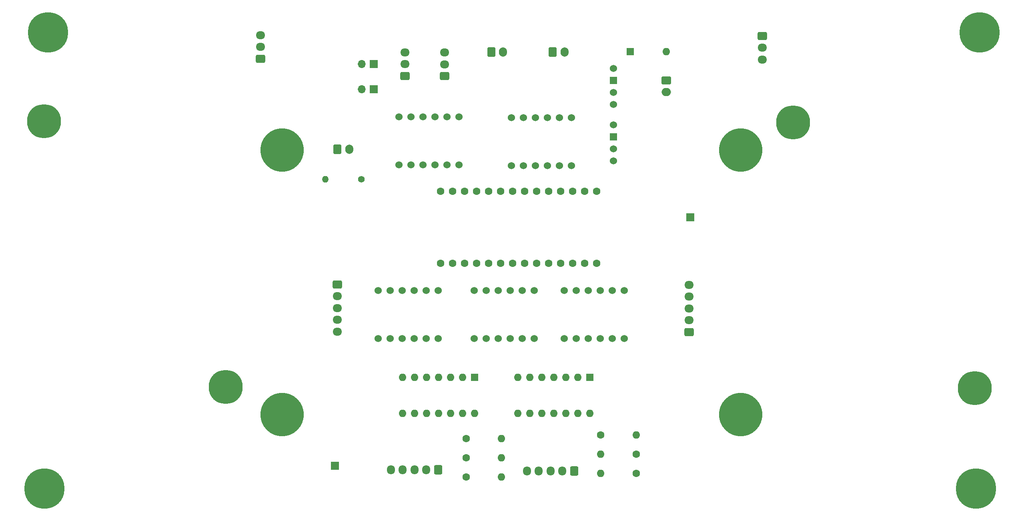
<source format=gbs>
%TF.GenerationSoftware,KiCad,Pcbnew,6.0.11-2627ca5db0~126~ubuntu20.04.1*%
%TF.CreationDate,2023-03-05T11:35:37-05:00*%
%TF.ProjectId,ScooterBLDCMotorController,53636f6f-7465-4724-924c-44434d6f746f,rev?*%
%TF.SameCoordinates,Original*%
%TF.FileFunction,Soldermask,Bot*%
%TF.FilePolarity,Negative*%
%FSLAX46Y46*%
G04 Gerber Fmt 4.6, Leading zero omitted, Abs format (unit mm)*
G04 Created by KiCad (PCBNEW 6.0.11-2627ca5db0~126~ubuntu20.04.1) date 2023-03-05 11:35:37*
%MOMM*%
%LPD*%
G01*
G04 APERTURE LIST*
G04 Aperture macros list*
%AMRoundRect*
0 Rectangle with rounded corners*
0 $1 Rounding radius*
0 $2 $3 $4 $5 $6 $7 $8 $9 X,Y pos of 4 corners*
0 Add a 4 corners polygon primitive as box body*
4,1,4,$2,$3,$4,$5,$6,$7,$8,$9,$2,$3,0*
0 Add four circle primitives for the rounded corners*
1,1,$1+$1,$2,$3*
1,1,$1+$1,$4,$5*
1,1,$1+$1,$6,$7*
1,1,$1+$1,$8,$9*
0 Add four rect primitives between the rounded corners*
20,1,$1+$1,$2,$3,$4,$5,0*
20,1,$1+$1,$4,$5,$6,$7,0*
20,1,$1+$1,$6,$7,$8,$9,0*
20,1,$1+$1,$8,$9,$2,$3,0*%
G04 Aperture macros list end*
%ADD10R,1.700000X1.700000*%
%ADD11C,1.524000*%
%ADD12C,1.600000*%
%ADD13R,1.524000X1.524000*%
%ADD14RoundRect,0.250000X0.600000X0.725000X-0.600000X0.725000X-0.600000X-0.725000X0.600000X-0.725000X0*%
%ADD15O,1.700000X1.950000*%
%ADD16C,8.500000*%
%ADD17O,1.600000X1.600000*%
%ADD18C,7.200000*%
%ADD19RoundRect,0.250000X0.725000X-0.600000X0.725000X0.600000X-0.725000X0.600000X-0.725000X-0.600000X0*%
%ADD20O,1.950000X1.700000*%
%ADD21RoundRect,0.250000X-0.750000X0.600000X-0.750000X-0.600000X0.750000X-0.600000X0.750000X0.600000X0*%
%ADD22O,2.000000X1.700000*%
%ADD23C,9.200000*%
%ADD24RoundRect,0.250000X-0.600000X-0.750000X0.600000X-0.750000X0.600000X0.750000X-0.600000X0.750000X0*%
%ADD25O,1.700000X2.000000*%
%ADD26C,1.400000*%
%ADD27O,1.400000X1.400000*%
%ADD28R,1.600000X1.600000*%
%ADD29O,1.700000X1.700000*%
%ADD30RoundRect,0.250000X-0.725000X0.600000X-0.725000X-0.600000X0.725000X-0.600000X0.725000X0.600000X0*%
G04 APERTURE END LIST*
D10*
X186690000Y-82804000D03*
X111506000Y-135382000D03*
D11*
X120650000Y-108458000D03*
X123190000Y-108458000D03*
X125730000Y-108458000D03*
X128270000Y-108458000D03*
X130810000Y-108458000D03*
X133350000Y-108458000D03*
X133350000Y-98298000D03*
X130810000Y-98298000D03*
X128270000Y-98298000D03*
X125730000Y-98298000D03*
X123190000Y-98298000D03*
X120650000Y-98298000D03*
D12*
X133858000Y-92566000D03*
X136398000Y-92566000D03*
X138938000Y-92566000D03*
X141478000Y-92566000D03*
X144018000Y-92566000D03*
X146558000Y-92566000D03*
X149098000Y-92566000D03*
X151638000Y-92566000D03*
X154178000Y-92566000D03*
X156718000Y-92566000D03*
X159258000Y-92566000D03*
X161798000Y-92566000D03*
X164338000Y-92566000D03*
X166878000Y-92566000D03*
X166878000Y-77326000D03*
X164338000Y-77326000D03*
X161798000Y-77326000D03*
X159258000Y-77326000D03*
X156718000Y-77326000D03*
X154178000Y-77326000D03*
X151638000Y-77326000D03*
X149098000Y-77326000D03*
X146558000Y-77326000D03*
X144018000Y-77326000D03*
X141478000Y-77326000D03*
X138938000Y-77326000D03*
X136398000Y-77326000D03*
X133858000Y-77326000D03*
D11*
X170432000Y-63246000D03*
D13*
X170432000Y-65786000D03*
D11*
X170432000Y-68326000D03*
X170432000Y-70866000D03*
X170434000Y-51308000D03*
D13*
X170434000Y-53848000D03*
D11*
X170434000Y-56388000D03*
X170434000Y-58928000D03*
X161544000Y-61722000D03*
X159004000Y-61722000D03*
X156464000Y-61722000D03*
X153924000Y-61722000D03*
X151384000Y-61722000D03*
X148844000Y-61722000D03*
X148844000Y-71882000D03*
X151384000Y-71882000D03*
X153924000Y-71882000D03*
X156464000Y-71882000D03*
X159004000Y-71882000D03*
X161544000Y-71882000D03*
D14*
X133310000Y-136288000D03*
D15*
X130810000Y-136288000D03*
X128310000Y-136288000D03*
X125810000Y-136288000D03*
X123310000Y-136288000D03*
D16*
X247142000Y-140208000D03*
D12*
X175240000Y-137016000D03*
D17*
X167740000Y-137016000D03*
D18*
X208448000Y-62738000D03*
D11*
X137708000Y-61578000D03*
X135168000Y-61578000D03*
X132628000Y-61578000D03*
X130088000Y-61578000D03*
X127548000Y-61578000D03*
X125008000Y-61578000D03*
X125008000Y-71738000D03*
X127548000Y-71738000D03*
X130088000Y-71738000D03*
X132628000Y-71738000D03*
X135168000Y-71738000D03*
X137708000Y-71738000D03*
D19*
X134700000Y-52942000D03*
D20*
X134700000Y-50442000D03*
X134700000Y-47942000D03*
D21*
X181610000Y-53848000D03*
D22*
X181610000Y-56348000D03*
D18*
X88392000Y-118750000D03*
D23*
X197344000Y-124580000D03*
D16*
X50800000Y-43688000D03*
D23*
X100344000Y-68580000D03*
D24*
X112034000Y-68419000D03*
D25*
X114534000Y-68419000D03*
D11*
X140970000Y-108458000D03*
X143510000Y-108458000D03*
X146050000Y-108458000D03*
X148590000Y-108458000D03*
X151130000Y-108458000D03*
X153670000Y-108458000D03*
X153670000Y-98298000D03*
X151130000Y-98298000D03*
X148590000Y-98298000D03*
X146050000Y-98298000D03*
X143510000Y-98298000D03*
X140970000Y-98298000D03*
D14*
X162092000Y-136525000D03*
D15*
X159592000Y-136525000D03*
X157092000Y-136525000D03*
X154592000Y-136525000D03*
X152092000Y-136525000D03*
D12*
X175240000Y-132952000D03*
D17*
X167740000Y-132952000D03*
D23*
X197344000Y-68580000D03*
D24*
X157560000Y-47845000D03*
D25*
X160060000Y-47845000D03*
D26*
X117044000Y-74786000D03*
D27*
X109424000Y-74786000D03*
D19*
X95758000Y-49276000D03*
D20*
X95758000Y-46776000D03*
X95758000Y-44276000D03*
D19*
X186419000Y-107108000D03*
D20*
X186419000Y-104608000D03*
X186419000Y-102108000D03*
X186419000Y-99608000D03*
X186419000Y-97108000D03*
D28*
X165399000Y-116706000D03*
D17*
X162859000Y-116706000D03*
X160319000Y-116706000D03*
X157779000Y-116706000D03*
X155239000Y-116706000D03*
X152699000Y-116706000D03*
X150159000Y-116706000D03*
X150159000Y-124326000D03*
X152699000Y-124326000D03*
X155239000Y-124326000D03*
X157779000Y-124326000D03*
X160319000Y-124326000D03*
X162859000Y-124326000D03*
X165399000Y-124326000D03*
D10*
X119674000Y-55736000D03*
D29*
X117134000Y-55736000D03*
D16*
X50038000Y-140208000D03*
D10*
X119674000Y-50402000D03*
D29*
X117134000Y-50402000D03*
D11*
X160020000Y-108458000D03*
X162560000Y-108458000D03*
X165100000Y-108458000D03*
X167640000Y-108458000D03*
X170180000Y-108458000D03*
X172720000Y-108458000D03*
X172720000Y-98298000D03*
X170180000Y-98298000D03*
X167640000Y-98298000D03*
X165100000Y-98298000D03*
X162560000Y-98298000D03*
X160020000Y-98298000D03*
D23*
X100344000Y-124580000D03*
D24*
X144586000Y-47845000D03*
D25*
X147086000Y-47845000D03*
D12*
X139232000Y-129667000D03*
D17*
X146732000Y-129667000D03*
D28*
X173990000Y-47752000D03*
D17*
X181610000Y-47752000D03*
D12*
X139232000Y-133731000D03*
D17*
X146732000Y-133731000D03*
D28*
X141015000Y-116706000D03*
D17*
X138475000Y-116706000D03*
X135935000Y-116706000D03*
X133395000Y-116706000D03*
X130855000Y-116706000D03*
X128315000Y-116706000D03*
X125775000Y-116706000D03*
X125775000Y-124326000D03*
X128315000Y-124326000D03*
X130855000Y-124326000D03*
X133395000Y-124326000D03*
X135935000Y-124326000D03*
X138475000Y-124326000D03*
X141015000Y-124326000D03*
D12*
X139232000Y-137795000D03*
D17*
X146732000Y-137795000D03*
D18*
X246888000Y-119000000D03*
X49952000Y-62488000D03*
D12*
X167740000Y-128888000D03*
D17*
X175240000Y-128888000D03*
D19*
X126301000Y-52902000D03*
D20*
X126301000Y-50402000D03*
X126301000Y-47902000D03*
D16*
X247904000Y-43688000D03*
D20*
X201930000Y-49450000D03*
X201930000Y-46950000D03*
D30*
X201930000Y-44450000D03*
X112014000Y-97028000D03*
D20*
X112014000Y-99528000D03*
X112014000Y-102028000D03*
X112014000Y-104528000D03*
X112014000Y-107028000D03*
M02*

</source>
